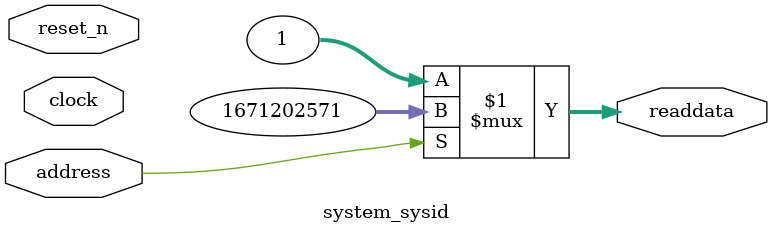
<source format=v>



// synthesis translate_off
`timescale 1ns / 1ps
// synthesis translate_on

// turn off superfluous verilog processor warnings 
// altera message_level Level1 
// altera message_off 10034 10035 10036 10037 10230 10240 10030 

module system_sysid (
               // inputs:
                address,
                clock,
                reset_n,

               // outputs:
                readdata
             )
;

  output  [ 31: 0] readdata;
  input            address;
  input            clock;
  input            reset_n;

  wire    [ 31: 0] readdata;
  //control_slave, which is an e_avalon_slave
  assign readdata = address ? 1671202571 : 1;

endmodule



</source>
